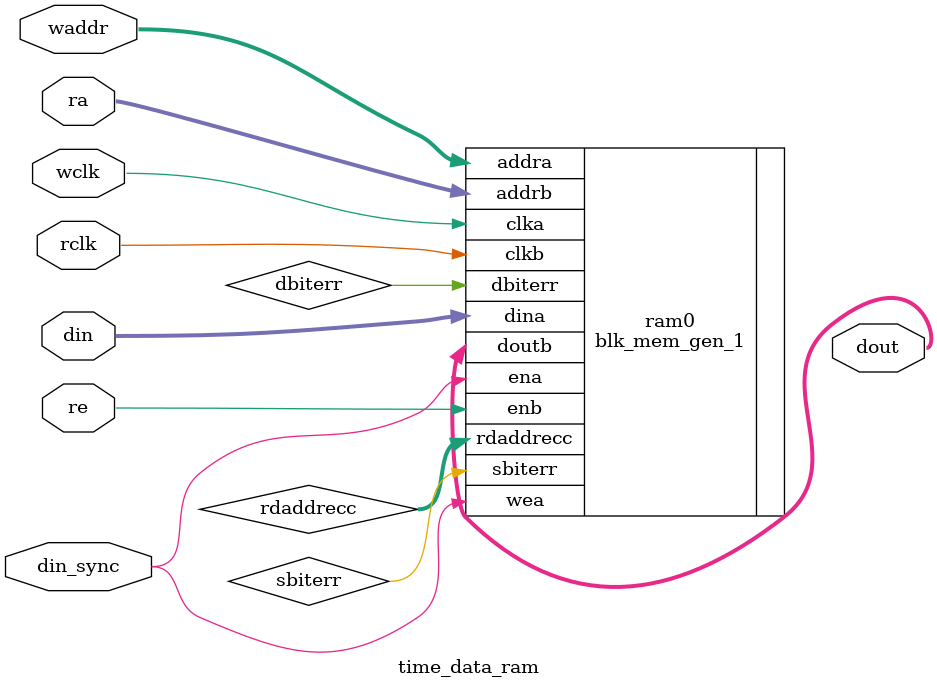
<source format=v>
`timescale 1ns / 1ps

module time_data_ram(
wclk,
waddr,
din_sync,
din,
rclk,
re,
ra,
dout
    );

input wclk;
input [13:0]waddr;
input din_sync;
input [15:0]din;
input rclk;
input re;
input [13:0]ra;
output [15:0]dout;

wire sbiterr,dbiterr;
wire [13:0]rdaddrecc;

blk_mem_gen_1 ram0(
.clka(wclk),
.ena(din_sync),
.wea(din_sync),
.addra(waddr),
.dina(din),
.clkb(rclk),
.enb(re),
.addrb(ra),
.doutb(dout),
.sbiterr(sbiterr),
.dbiterr(dbiterr),
.rdaddrecc(rdaddrecc)
);
endmodule

</source>
